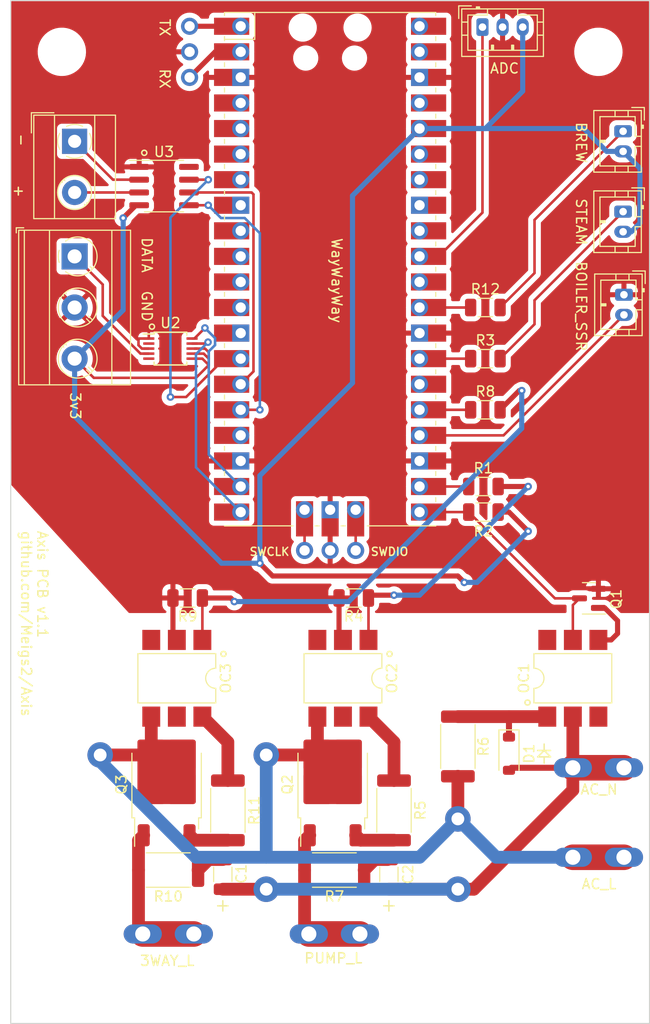
<source format=kicad_pcb>
(kicad_pcb (version 20221018) (generator pcbnew)
  (layers (0 "F.Cu" signal) (31 "B.Cu" signal) (34 "B.Paste" user) (35 "F.Paste" user) (36 "B.SilkS" user "B.Silkscreen") (37 "F.SilkS" user "F.Silkscreen") (38 "B.Mask" user) (39 "F.Mask" user) (44 "Edge.Cuts" user))
  (net 0 "")
  (net 1 "/AC_N")
  (net 2 "Net-(C1-Pad2)")
  (net 3 "Net-(C2-Pad2)")
  (net 4 "Net-(D1-K)")
  (net 5 "GND")
  (net 6 "+3.3V")
  (net 7 "/ADC_IN")
  (net 8 "/BREW_SW")
  (net 9 "/STEAM_SW")
  (net 10 "/AC_L")
  (net 11 "/PUMP_L")
  (net 12 "/BOILER_GPIO")
  (net 13 "/3WAY_L")
  (net 15 "Net-(Q1-B)")
  (net 16 "/ZC_SIGNAL")
  (net 18 "Net-(OC2-Pad1)")
  (net 21 "Net-(OC2-Pad6)")
  (net 22 "Net-(OC3-Pad1)")
  (net 25 "Net-(OC3-Pad6)")
  (net 26 "Net-(Q2-G)")
  (net 27 "Net-(Q3-G)")
  (net 28 "/PUMP_GPIO")
  (net 29 "/3WAY_GPIO")
  (net 38 "/MAX_SO")
  (net 39 "/MAX_CS")
  (net 40 "/MAX_SCL")
  (net 42 "/ADS_SDA")
  (net 43 "/ADS_SCL")
  (net 52 "+5V")
  (net 54 "/PRES_SENS")
  (net 55 "/POS_THCPL")
  (net 56 "/NEG_THCPL")
  (net 57 "Net-(J3-Pin_1)")
  (net 58 "Net-(J4-Pin_1)")
  (net 59 "/UART_RX")
  (net 60 "/UART_TX")
  (net 61 "/SWCLK")
  (net 62 "/SWDIO")
  (footprint "Package_SO:TSSOP-10_3x3mm_P0.5mm" (layer "F.Cu") (at 138.744 82.9505)
    (fp_text reference "U2")
    (fp_text value "ADS1115IDGS" hide)
  )
  (footprint "Library:1x03 Pin Header Holes" (layer "F.Cu") (at 140.649 53.4705 90)
    (fp_text reference "J10" hide)
    (fp_text value "Conn_01x03" hide)
  )
  (footprint "Resistor_SMD:R_2512_6332Metric" (layer "F.Cu") (at 160.969 128.823 -90)
    (fp_text reference "R5")
    (fp_text value "470")
  )
  (footprint "TerminalBlock_MetzConnect:TerminalBlock_MetzConnect_Type073_RT02603HBLU_1x03_P5.08mm_Horizontal" (layer "F.Cu") (at 129.219 73.7905 -90)
    (fp_text reference "J1" hide)
    (fp_text value "TRANSDUCER")
  )
  (footprint "Connector_JST:JST_PH_B2B-PH-K_1x02_P2.00mm_Vertical" (layer "F.Cu") (at 183.744 69.3455 -90)
    (fp_text reference "J4" hide)
    (fp_text value "STEAM_SW")
  )
  (footprint "Package_DIP:SMDIP-6_W7.62mm" (layer "F.Cu") (at 178.749 115.7005 90)
    (fp_text reference "OC1")
    (fp_text value "4N35")
  )
  (footprint "Connector_JST:JST_PH_B2B-PH-K_1x02_P2.00mm_Vertical" (layer "F.Cu") (at 183.829 77.6005 -90)
    (fp_text reference "J7" hide)
    (fp_text value "BOILER_SSR")
  )
  (footprint "Library:Quick Disconnect" (layer "F.Cu") (at 181.289 133.4805)
    (fp_text reference "J5" hide)
    (fp_text value "AC_L")
  )
  (footprint "Resistor_SMD:R_2512_6332Metric" (layer "F.Cu") (at 138.5315 134.7505 180)
    (fp_text reference "R10")
    (fp_text value "220")
  )
  (footprint "MountingHole:MountingHole_4.3mm_M4" (layer "F.Cu") (at 181.289 144.9105 -90)
    (fp_text reference "H3" hide)
    (fp_text value "MountingHole")
  )
  (footprint "Package_SO:SOIC-8_3.9x4.9mm_P1.27mm" (layer "F.Cu") (at 138.109 66.8055)
    (fp_text reference "U3")
    (fp_text value "MAX31855KASA")
  )
  (footprint "Package_TO_SOT_SMD:TO-252-2" (layer "F.Cu") (at 154.874 126.2555 90)
    (fp_text reference "Q2")
    (fp_text value "BT136S-600")
  )
  (footprint "TerminalBlock_MetzConnect:TerminalBlock_MetzConnect_Type101_RT01602HBWC_1x02_P5.08mm_Horizontal" (layer "F.Cu") (at 129.219 62.3605 -90)
    (fp_text reference "J8" hide)
    (fp_text value "Screw_Terminal_01x02")
  )
  (footprint "Package_TO_SOT_SMD:SOT-23" (layer "F.Cu") (at 180.3515 107.7605 180)
    (fp_text reference "Q1")
    (fp_text value "BC847")
  )
  (footprint "Library:1x03 Pin Header Holes" (layer "F.Cu") (at 154.619 103.0005)
    (fp_text reference "J12" hide)
    (fp_text value "Conn_01x03")
  )
  (footprint "Library:Quick Disconnect" (layer "F.Cu") (at 138.5315 141.1005)
    (fp_text reference "J11" hide)
    (fp_text value "3WAY_L")
  )
  (footprint "MountingHole:MountingHole_4.3mm_M4" (layer "F.Cu") (at 181.289 53.4705 -90)
    (fp_text reference "H4" hide)
    (fp_text value "MountingHole")
  )
  (footprint "Connector_JST:JST_PH_B3B-PH-K_1x03_P2.00mm_Vertical" (layer "F.Cu") (at 169.764 51.0155)
    (fp_text reference "J2" hide)
    (fp_text value "Screw_Terminal_01x03")
  )
  (footprint "Resistor_SMD:R_2512_6332Metric" (layer "F.Cu") (at 155.0415 134.7505 180)
    (fp_text reference "R7")
    (fp_text value "220")
  )
  (footprint "Resistor_SMD:R_2512_6332Metric" (layer "F.Cu") (at 167.319 122.473 90)
    (fp_text reference "R6")
    (fp_text value "20k")
  )
  (footprint "MountingHole:MountingHole_4.3mm_M4" (layer "F.Cu") (at 127.949 144.9105 -90)
    (fp_text reference "H2" hide)
    (fp_text value "MountingHole")
  )
  (footprint "Resistor_SMD:R_1206_3216Metric" (layer "F.Cu") (at 170.0515 89.0305)
    (fp_text reference "R8")
    (fp_text value "470")
  )
  (footprint "Connector_JST:JST_PH_B2B-PH-K_1x02_P2.00mm_Vertical" (layer "F.Cu") (at 183.744 61.3605 -90)
    (fp_text reference "J3" hide)
    (fp_text value "BREW_SW")
  )
  (footprint "Diode_SMD:D_SOD-123" (layer "F.Cu") (at 172.399 123.19 -90)
    (fp_text reference "D1")
    (fp_text value "RFN1LAM6STR")
  )
  (footprint "Resistor_SMD:R_1206_3216Metric" (layer "F.Cu") (at 156.9665 107.7255 180)
    (fp_text reference "R4")
    (fp_text value "240")
  )
  (footprint "Resistor_SMD:R_1206_3216Metric" (layer "F.Cu") (at 169.859 99.1905)
    (fp_text reference "R2")
    (fp_text value "470")
  )
  (footprint "Package_DIP:SMDIP-6_W7.62mm" (layer "F.Cu") (at 139.379 115.7005 -90)
    (fp_text reference "OC3")
    (fp_text value "MOC3021S-TA1")
  )
  (footprint "Capacitor_SMD:C_1206_3216Metric" (layer "F.Cu") (at 160.461 135.1805 90)
    (fp_text reference "C2")
    (fp_text value "10uf")
  )
  (footprint "Resistor_SMD:R_1206_3216Metric" (layer "F.Cu") (at 170.0515 83.9505)
    (fp_text reference "R3")
    (fp_text value "240")
  )
  (footprint "Library:Quick Disconnect" (layer "F.Cu") (at 155.0415 141.1005)
    (fp_text reference "J9" hide)
    (fp_text value "PUMP_L")
  )
  (footprint "Resistor_SMD:R_2512_6332Metric" (layer "F.Cu") (at 144.454 128.823 -90)
    (fp_text reference "R11")
    (fp_text value "470")
  )
  (footprint "MountingHole:MountingHole_4.3mm_M4" (layer "F.Cu") (at 127.949 53.4705 -90)
    (fp_text reference "H1" hide)
    (fp_text value "MountingHole")
  )
  (footprint "Capacitor_SMD:C_1206_3216Metric" (layer "F.Cu") (at 143.951 135.1805 90)
    (fp_text reference "C1")
    (fp_text value "10uf")
  )
  (footprint "Package_TO_SOT_SMD:TO-252-2" (layer "F.Cu") (at 138.364 126.2555 90)
    (fp_text reference "Q3")
    (fp_text value "BT136S-600")
  )
  (footprint "Resistor_SMD:R_1206_3216Metric" (layer "F.Cu") (at 170.0515 78.8705)
    (fp_text reference "R12")
    (fp_text value "240")
  )
  (footprint "Resistor_SMD:R_1206_3216Metric" (layer "F.Cu") (at 140.4565 107.7255 180)
    (fp_text reference "R9")
    (fp_text value "240")
  )
  (footprint "MCU_RaspberryPi_and_Boards:RPi_Pico_SMD_TH" (layer "F.Cu") (at 154.619 75.0605)
    (fp_text reference "U1" hide)
    (fp_text value "Pico")
  )
  (footprint "Library:Quick Disconnect" (layer "F.Cu") (at 181.289 124.5905)
    (fp_text reference "J6" hide)
    (fp_text value "AC_N")
  )
  (footprint "Package_DIP:SMDIP-6_W7.62mm" (layer "F.Cu") (at 155.894 115.7005 -90)
    (fp_text reference "OC2")
    (fp_text value "MOC3021S-TA1")
  )
  (footprint "Resistor_SMD:R_1206_3216Metric" (layer "F.Cu") (at 169.859 96.6505)
    (fp_text reference "R1")
    (fp_text value "470")
  )
  (gr_line (start 143.443 138.3065) (end 144.459 138.3065) (stroke (width 0.15)) (layer "F.SilkS"))
  (gr_circle (center 144.018 113.284) (end 144.018 113.538) (stroke (width 0.15)) (fill none) (layer "F.SilkS"))
  (gr_circle (center 174.244 118.11) (end 174.244 118.364) (stroke (width 0.15)) (fill none) (layer "F.SilkS"))
  (gr_circle (center 136.906 80.772) (end 137.16 80.772) (stroke (width 0.15)) (fill none) (layer "F.SilkS"))
  (gr_line (start 175.895 122.8725) (end 175.26 122.8725) (stroke (width 0.15)) (layer "F.SilkS"))
  (gr_line (start 175.895 123.5075) (end 175.895 124.1425) (stroke (width 0.15)) (layer "F.SilkS"))
  (gr_line (start 176.53 123.5075) (end 175.895 122.8725) (stroke (width 0.15)) (layer "F.SilkS"))
  (gr_line (start 143.951 137.7985) (end 143.951 138.8145) (stroke (width 0.15)) (layer "F.SilkS"))
  (gr_line (start 175.895 122.8725) (end 176.53 122.8725) (stroke (width 0.15)) (layer "F.SilkS"))
  (gr_line (start 175.26 123.5075) (end 176.53 123.5075) (stroke (width 0.15)) (layer "F.SilkS"))
  (gr_line (start 175.895 122.8725) (end 175.895 122.2375) (stroke (width 0.15)) (layer "F.SilkS"))
  (gr_line (start 159.953 138.3065) (end 160.969 138.3065) (stroke (width 0.15)) (layer "F.SilkS"))
  (gr_circle (center 136.144 63.5) (end 136.398 63.5) (stroke (width 0.15)) (fill none) (layer "F.SilkS"))
  (gr_line (start 175.895 122.8725) (end 175.26 123.5075) (stroke (width 0.15)) (layer "F.SilkS"))
  (gr_circle (center 160.528 113.284) (end 160.528 113.538) (stroke (width 0.15)) (fill none) (layer "F.SilkS"))
  (gr_line (start 160.461 137.7985) (end 160.461 138.8145) (stroke (width 0.15)) (layer "F.SilkS"))
  (gr_rect (start 122.869 48.3905) (end 186.369 149.9905) (stroke (width 0.1)) (fill none) (layer "Edge.Cuts"))
  (gr_text "3WAY_L" (at 138.43 143.764) (layer "F.SilkS") (effects (font (size 1 1))))
  (gr_text "STEAM" (at 179.578 70.358 270) (layer "F.SilkS") (effects (font (size 1 1))))
  (gr_text "Axis PCB v1.1\ngithub.com/Meigs2/Axis" (at 123.825 100.965 270) (layer "F.SilkS") (effects (font (size 1 1)) (justify left bottom)))
  (gr_text "DATA" (at 136.398 73.66 270) (layer "F.SilkS") (effects (font (size 1 1))))
  (gr_text "AC_L" (at 181.356 136.144) (layer "F.SilkS") (effects (font (size 1 1))))
  (gr_text "ADC" (at 171.958 55.118) (layer "F.SilkS") (effects (font (size 1 1))))
  (gr_text "PUMP_L" (at 154.94 143.51) (layer "F.SilkS") (effects (font (size 1 1))))
  (gr_text "BREW" (at 179.578 62.484 270) (layer "F.SilkS") (effects (font (size 1 1))))
  (gr_text "-" (at 123.952 62.23 270) (layer "F.SilkS") (effects (font (size 1 1))))
  (gr_text "+" (at 123.698 67.31 270) (layer "F.SilkS") (effects (font (size 1 1))))
  (gr_text "BOILER_SSR" (at 179.578 78.74 270) (layer "F.SilkS") (effects (font (size 1 1))))
  (gr_text "AC_N" (at 181.356 126.746) (layer "F.SilkS") (effects (font (size 1 1))))
  (gr_text "TX" (at 138.176 51.054 270) (layer "F.SilkS") (effects (font (size 1 1))))
  (gr_text "WayWayWay" (at 154.686 71.882 -90) (layer "F.SilkS") (effects (font (size 1 1)) (justify left bottom)))
  (gr_text "3v3" (at 129.286 88.646 270) (layer "F.SilkS") (effects (font (size 1 1))))
  (gr_text "RX" (at 138.176 56.134 270) (layer "F.SilkS") (effects (font (size 1 1))))
  (gr_text "GND" (at 136.398 78.74 270) (layer "F.SilkS") (effects (font (size 1 1))))
  (segment (start 178.749 126.8105) (end 178.749 124.5905) (width 1.27) (layer "F.Cu") (net 1))
  (segment (start 172.6485 124.5905) (end 178.749 124.5905) (width 0.6) (layer "F.Cu") (net 1))
  (segment (start 143.951 136.6555) (end 148.269 136.6555) (width 1.27) (layer "F.Cu") (net 1))
  (segment (start 168.904 136.6555) (end 178.749 126.8105) (width 1.27) (layer "F.Cu") (net 1))
  (segment (start 178.749 124.5905) (end 183.829 124.5905) (width 2.54) (layer "F.Cu") (net 1))
  (segment (start 167.319 136.6555) (end 168.904 136.6555) (width 1.27) (layer "F.Cu") (net 1))
  (segment (start 172.399 124.84) (end 172.6485 124.5905) (width 0.6) (layer "F.Cu") (net 1))
  (segment (start 160.461 136.6555) (end 167.319 136.6555) (width 1.27) (layer "F.Cu") (net 1))
  (segment (start 178.749 119.5105) (end 178.749 124.5905) (width 1.27) (layer "F.Cu") (net 1))
  (via (at 167.319 136.6555) (size 2.54) (drill 1.27) (layers "F.Cu" "B.Cu") (net 1))
  (via (at 148.269 136.6555) (size 2.54) (drill 1.27) (layers "F.Cu" "B.Cu") (net 1))
  (segment (start 148.269 136.6555) (end 167.319 136.6555) (width 1.27) (layer "B.Cu") (net 1))
  (segment (start 142.539 133.7055) (end 141.494 134.7505) (width 1.27) (layer "F.Cu") (net 2))
  (segment (start 143.951 133.7055) (end 142.539 133.7055) (width 1.27) (layer "F.Cu") (net 2))
  (segment (start 159.049 133.7055) (end 158.004 134.7505) (width 1.27) (layer "F.Cu") (net 3))
  (segment (start 160.334 133.7055) (end 159.049 133.7055) (width 1.27) (layer "F.Cu") (net 3))
  (segment (start 172.399 119.5105) (end 167.319 119.5105) (width 1.27) (layer "F.Cu") (net 4))
  (segment (start 172.399 121.54) (end 172.399 119.5105) (width 0.6) (layer "F.Cu") (net 4))
  (segment (start 176.209 119.5105) (end 172.399 119.5105) (width 1.27) (layer "F.Cu") (net 4))
  (segment (start 136.594 81.0205) (end 136.839 80.7755) (width 0.254) (layer "F.Cu") (net 5))
  (segment (start 135.907052 82.9505) (end 135.569 82.612448) (width 0.254) (layer "F.Cu") (net 5))
  (segment (start 138.994 107.7255) (end 138.994 111.5055) (width 0.508) (layer "F.Cu") (net 5))
  (segment (start 136.594 82.9505) (end 135.907052 82.9505) (width 0.254) (layer "F.Cu") (net 5))
  (segment (start 155.504 107.7255) (end 155.504 111.5005) (width 0.508) (layer "F.Cu") (net 5))
  (segment (start 135.569 82.612448) (end 135.569 82.0455) (width 0.254) (layer "F.Cu") (net 5))
  (segment (start 138.994 111.5055) (end 139.379 111.8905) (width 0.508) (layer "F.Cu") (net 5))
  (segment (start 135.569 82.0455) (end 135.664 81.9505) (width 0.254) (layer "F.Cu") (net 5))
  (segment (start 155.504 111.5005) (end 155.894 111.8905) (width 0.508) (layer "F.Cu") (net 5))
  (segment (start 136.594 81.9505) (end 136.594 81.0205) (width 0.254) (layer "F.Cu") (net 5))
  (segment (start 135.664 81.9505) (end 136.594 81.9505) (width 0.254) (layer "F.Cu") (net 5))
  (segment (start 167.319 105.5405) (end 148.904 105.5405) (width 0.508) (layer "F.Cu") (net 6))
  (segment (start 142.554 84.5855) (end 141.284 85.8555) (width 0.254) (layer "F.Cu") (net 6))
  (segment (start 142.554 83.3155) (end 142.554 83.9505) (width 0.254) (layer "F.Cu") (net 6))
  (segment (start 141.139 82.9505) (end 142.189 82.9505) (width 0.254) (layer "F.Cu") (net 6))
  (segment (start 141.139 83.9505) (end 141.919 83.9505) (width 0.254) (layer "F.Cu") (net 6))
  (segment (start 167.954 106.1755) (end 167.319 105.5405) (width 0.508) (layer "F.Cu") (net 6))
  (segment (start 142.554 83.9505) (end 142.554 84.5855) (width 0.254) (layer "F.Cu") (net 6))
  (segment (start 135.315 68.7105) (end 134.045 69.9805) (width 0.508) (layer "F.Cu") (net 6))
  (segment (start 172.399 99.1905) (end 174.304 101.0955) (width 0.508) (layer "F.Cu") (net 6))
  (segment (start 131.124 85.8555) (end 129.219 83.9505) (width 0.254) (layer "F.Cu") (net 6))
  (segment (start 142.054 83.4505) (end 142.554 83.9505) (width 0.254) (layer "F.Cu") (net 6))
  (segment (start 141.139 83.4505) (end 142.054 83.4505) (width 0.254) (layer "F.Cu") (net 6))
  (segment (start 171.3215 99.1905) (end 172.399 99.1905) (width 0.508) (layer "F.Cu") (net 6))
  (segment (start 135.634 68.7105) (end 135.315 68.7105) (width 0.508) (layer "F.Cu") (net 6))
  (segment (start 141.284 85.8555) (end 131.124 85.8555) (width 0.254) (layer "F.Cu") (net 6))
  (segment (start 141.919 83.9505) (end 142.554 84.5855) (width 0.254) (layer "F.Cu") (net 6))
  (segment (start 148.904 105.5405) (end 147.634 104.2705) (width 0.508) (layer "F.Cu") (net 6))
  (segment (start 142.189 82.9505) (end 142.554 83.3155) (width 0.254) (layer "F.Cu") (net 6))
  (via (at 134.045 69.9805) (size 0.75) (drill 0.35) (layers "F.Cu" "B.Cu") (net 6))
  (via (at 167.954 106.1755) (size 0.75) (drill 0.35) (layers "F.Cu" "B.Cu") (net 6))
  (via (at 174.304 101.0955) (size 0.75) (drill 0.35) (layers "F.Cu" "B.Cu") (net 6))
  (via (at 147.634 104.2705) (size 0.75) (drill 0.35) (layers "F.Cu" "B.Cu") (net 6))
  (segment (start 185.42 65.0365) (end 183.744 63.3605) (width 0.508) (layer "B.Cu") (net 6))
  (segment (start 174.304 101.0955) (end 169.224 106.1755) (width 0.508) (layer "B.Cu") (net 6))
  (segment (start 163.509 61.0905) (end 179.8355 61.0905) (width 0.508) (layer "B.Cu") (net 6))
  (segment (start 179.8355 61.0905) (end 182.1055 63.3605) (width 0.508) (layer "B.Cu") (net 6))
  (segment (start 170.0495 61.0905) (end 173.764 57.376) (width 0.508) (layer "B.Cu") (net 6))
  (segment (start 134.045 69.9805) (end 134.045 79.1245) (width 0.508) (layer "B.Cu") (net 6))
  (segment (start 156.845 67.7545) (end 156.845 86.36) (width 0.508) (layer "B.Cu") (net 6))
  (segment (start 156.845 86.36) (end 147.634 95.571) (width 0.508) (layer "B.Cu") (net 6))
  (segment (start 185.42 70.485) (end 185.42 65.0365) (width 0.508) (layer "B.Cu") (net 6))
  (segment (start 163.509 61.0905) (end 156.845 67.7545) (width 0.508) (layer "B.Cu") (net 6))
  (segment (start 147.634 104.2705) (end 143.824 104.2705) (width 0.508) (layer "B.Cu") (net 6))
  (segment (start 143.824 104.2705) (end 129.219 89.6655) (width 0.508) (layer "B.Cu") (net 6))
  (segment (start 147.634 95.571) (end 147.634 104.2705) (width 0.508) (layer "B.Cu") (net 6))
  (segment (start 163.509 61.0905) (end 170.0495 61.0905) (width 0.508) (layer "B.Cu") (net 6))
  (segment (start 183.744 71.3455) (end 184.5595 71.3455) (width 0.508) (layer "B.Cu") (net 6))
  (segment (start 169.224 106.1755) (end 167.954 106.1755) (width 0.508) (layer "B.Cu") (net 6))
  (segment (start 134.045 79.1245) (end 129.219 83.9505) (width 0.508) (layer "B.Cu") (net 6))
  (segment (start 173.764 57.376) (end 173.764 51.0155) (width 0.508) (layer "B.Cu") (net 6))
  (segment (start 129.219 89.6655) (end 129.219 83.9505) (width 0.508) (layer "B.Cu") (net 6))
  (segment (start 182.1055 63.3605) (end 183.744 63.3605) (width 0.508) (layer "B.Cu") (net 6))
  (segment (start 184.5595 71.3455) (end 185.42 70.485) (width 0.508) (layer "B.Cu") (net 6))
  (segment (start 165.414 73.7905) (end 163.509 73.7905) (width 0.254) (layer "F.Cu") (net 7))
  (segment (start 169.764 69.4405) (end 165.414 73.7905) (width 0.254) (layer "F.Cu") (net 7))
  (segment (start 169.764 51.0155) (end 169.764 69.4405) (width 0.254) (layer "F.Cu") (net 7))
  (segment (start 163.509 78.8705) (end 168.589 78.8705) (width 0.254) (layer "F.Cu") (net 8))
  (segment (start 163.509 83.9505) (end 168.589 83.9505) (width 0.254) (layer "F.Cu") (net 9))
  (segment (start 153.354 119.5105) (end 153.354 123.3155) (width 1.27) (layer "F.Cu") (net 10))
  (segment (start 153.349 123.3205) (end 148.269 123.3205) (width 1.27) (layer "F.Cu") (net 10))
  (segment (start 136.839 119.5105) (end 136.839 123.3205) (width 1.27) (layer "F.Cu") (net 10))
  (segment (start 178.749 133.4805) (end 183.829 133.4805) (width 2.54) (layer "F.Cu") (net 10))
  (segment (start 153.354 123.3155) (end 153.349 123.3205) (width 1.27) (layer "F.Cu") (net 10))
  (segment (start 136.839 123.3205) (end 131.759 123.3205) (width 1.27) (layer "F.Cu") (net 10))
  (segment (start 167.319 125.4355) (end 167.319 129.6705) (width 1.27) (layer "F.Cu") (net 10))
  (via (at 167.319 129.6705) (size 2.54) (drill 1.27) (layers "F.Cu" "B.Cu") (net 10))
  (via (at 131.759 123.3205) (size 2.54) (drill 1.27) (layers "F.Cu" "B.Cu") (net 10))
  (via (at 148.269 123.3205) (size 2.54) (drill 1.27) (layers "F.Cu" "B.Cu") (net 10))
  (segment (start 148.269 133.4805) (end 163.509 133.4805) (width 1.27) (layer "B.Cu") (net 10))
  (segment (start 141.284 133.4805) (end 148.269 133.4805) (width 1.27) (layer "B.Cu") (net 10))
  (segment (start 131.759 123.3205) (end 131.759 123.9555) (width 1.27) (layer "B.Cu") (net 10))
  (segment (start 163.509 133.4805) (end 167.319 129.6705) (width 1.27) (layer "B.Cu") (net 10))
  (segment (start 148.269 123.3205) (end 148.269 133.4805) (width 1.27) (layer "B.Cu") (net 10))
  (segment (start 167.319 129.6705) (end 171.129 133.4805) (width 1.27) (layer "B.Cu") (net 10))
  (segment (start 131.759 123.9555) (end 141.284 133.4805) (width 1.27) (layer "B.Cu") (net 10))
  (segment (start 171.129 133.4805) (end 178.749 133.4805) (width 1.27) (layer "B.Cu") (net 10))
  (segment (start 152.079 134.7505) (end 152.079 140.678) (width 1.27) (layer "F.Cu") (net 11))
  (segment (start 152.079 131.8105) (end 152.594 131.2955) (width 1.27) (layer "F.Cu") (net 11))
  (segment (start 152.079 140.678) (end 152.5015 141.1005) (width 1.27) (layer "F.Cu") (net 11))
  (segment (start 152.5015 141.1005) (end 157.5815 141.1005) (width 2.54) (layer "F.Cu") (net 11))
  (segment (start 152.079 134.7505) (end 152.079 131.8105) (width 1.27) (layer "F.Cu") (net 11))
  (segment (start 171.859 91.5705) (end 163.509 91.5705) (width 0.254) (layer "F.Cu") (net 12))
  (segment (start 183.829 79.6005) (end 171.859 91.5705) (width 0.254) (layer "F.Cu") (net 12))
  (segment (start 135.569 140.678) (end 135.9915 141.1005) (width 1.27) (layer "F.Cu") (net 13))
  (segment (start 135.569 134.7505) (end 135.569 140.678) (width 1.27) (layer "F.Cu") (net 13))
  (segment (start 135.569 134.7505) (end 135.569 131.8105) (width 1.27) (layer "F.Cu") (net 13))
  (segment (start 135.9915 141.1005) (end 141.0715 141.1005) (width 2.54) (layer "F.Cu") (net 13))
  (segment (start 135.569 131.8105) (end 136.084 131.2955) (width 1.27) (layer "F.Cu") (net 13))
  (segment (start 181.289 108.7105) (end 181.919 108.7105) (width 0.508) (layer "F.Cu") (net 15))
  (segment (start 181.919 108.7105) (end 183.194 109.9855) (width 0.508) (layer "F.Cu") (net 15))
  (segment (start 182.559 111.8905) (end 181.289 111.8905) (width 0.508) (layer "F.Cu") (net 15))
  (segment (start 183.194 109.9855) (end 183.194 111.2555) (width 0.508) (layer "F.Cu") (net 15))
  (segment (start 183.194 111.2555) (end 182.559 111.8905) (width 0.508) (layer "F.Cu") (net 15))
  (segment (start 176.9665 107.7605) (end 168.3965 99.1905) (width 0.254) (layer "F.Cu") (net 16))
  (segment (start 179.414 107.7605) (end 178.749 108.4255) (width 0.254) (layer "F.Cu") (net 16))
  (segment (start 163.509 99.1905) (end 168.3965 99.1905) (width 0.254) (layer "F.Cu") (net 16))
  (segment (start 178.749 108.4255) (end 178.749 111.8905) (width 0.254) (layer "F.Cu") (net 16))
  (segment (start 179.414 107.7605) (end 176.9665 107.7605) (width 0.254) (layer "F.Cu") (net 16))
  (segment (start 171.3215 96.6505) (end 174.304 96.6505) (width 0.508) (layer "F.Cu") (net 18))
  (segment (start 158.434 107.7305) (end 158.429 107.7255) (width 0.254) (layer "F.Cu") (net 18))
  (segment (start 160.969 107.4455) (end 158.709 107.4455) (width 0.508) (layer "F.Cu") (net 18))
  (segment (start 158.434 111.8905) (end 158.434 107.7305) (width 0.254) (layer "F.Cu") (net 18))
  (segment (start 158.709 107.4455) (end 158.429 107.7255) (width 0.508) (layer "F.Cu") (net 18))
  (via (at 174.304 96.6505) (size 0.75) (drill 0.35) (layers "F.Cu" "B.Cu") (net 18))
  (via (at 160.969 107.4455) (size 0.75) (drill 0.35) (layers "F.Cu" "B.Cu") (net 18))
  (segment (start 163.509 107.4455) (end 160.969 107.4455) (width 0.508) (layer "B.Cu") (net 18))
  (segment (start 174.304 96.6505) (end 163.509 107.4455) (width 0.508) (layer "B.Cu") (net 18))
  (segment (start 160.969 125.8605) (end 160.969 122.0455) (width 1.27) (layer "F.Cu") (net 21))
  (segment (start 160.969 122.0455) (end 158.434 119.5105) (width 1.27) (layer "F.Cu") (net 21))
  (segment (start 173.419 87.1255) (end 171.514 89.0305) (width 0.508) (layer "F.Cu") (net 22))
  (segment (start 144.739 107.7255) (end 145.094 108.0805) (width 0.508) (layer "F.Cu") (net 22))
  (segment (start 141.919 111.8905) (end 141.919 107.7255) (width 0.254) (layer "F.Cu") (net 22))
  (segment (start 173.669 87.1255) (end 173.419 87.1255) (width 0.508) (layer "F.Cu") (net 22))
  (segment (start 141.919 107.7255) (end 144.739 107.7255) (width 0.508) (layer "F.Cu") (net 22))
  (via (at 145.094 108.0805) (size 0.75) (drill 0.35) (layers "F.Cu" "B.Cu") (net 22))
  (via (at 173.669 87.1255) (size 0.75) (drill 0.35) (layers "F.Cu" "B.Cu") (net 22))
  (segment (start 156.463135 108.0805) (end 173.669 90.874635) (width 0.508) (layer "B.Cu") (net 22))
  (segment (start 145.094 108.0805) (end 156.463135 108.0805) (width 0.508) (layer "B.Cu") (net 22))
  (segment (start 173.669 90.874635) (end 173.669 87.1255) (width 0.508) (layer "B.Cu") (net 22))
  (segment (start 144.454 125.8605) (end 144.454 122.0455) (width 1.27) (layer "F.Cu") (net 25))
  (segment (start 144.454 122.0455) (end 141.919 119.5105) (width 1.27) (layer "F.Cu") (net 25))
  (segment (start 160.969 131.7855) (end 157.644 131.7855) (width 1.27) (layer "F.Cu") (net 26))
  (segment (start 157.644 131.7855) (end 157.154 131.2955) (width 1.27) (layer "F.Cu") (net 26))
  (segment (start 144.454 131.7855) (end 141.134 131.7855) (width 1.27) (layer "F.Cu") (net 27))
  (segment (start 141.134 131.7855) (end 140.644 131.2955) (width 1.27) (layer "F.Cu") (net 27))
  (segment (start 163.509 96.6505) (end 168.3965 96.6505) (width 0.254) (layer "F.Cu") (net 28))
  (segment (start 163.509 89.0305) (end 168.589 89.0305) (width 0.254) (layer "F.Cu") (net 29))
  (segment (start 144.115 83.9505) (end 140.305 87.7605) (width 0.254) (layer "F.Cu") (net 38))
  (segment (start 145.729 83.9505) (end 144.115 83.9505) (width 0.254) (layer "F.Cu") (net 38))
  (segment (start 142.504498 66.1705) (end 140.584 66.1705) (width 0.254) (layer "F.Cu") (net 38))
  (segment (start 140.305 87.7605) (end 138.744 87.7605) (width 0.254) (layer "F.Cu") (net 38))
  (via (at 142.504498 66.1705) (size 0.75) (drill 0.35) (layers "F.Cu" "B.Cu") (net 38))
  (via (at 138.744 87.7605) (size 0.75) (drill 0.35) (layers "F.Cu" "B.Cu") (net 38))
  (segment (start 138.744 69.930998) (end 142.504498 66.1705) (width 0.254) (layer "B.Cu") (net 38))
  (segment (start 138.744 87.7605) (end 138.744 69.930998) (width 0.254) (layer "B.Cu") (net 38))
  (segment (start 146.999 85.2205) (end 145.729 86.4905) (width 0.254) (layer "F.Cu") (net 39))
  (segment (start 140.584 67.4405) (end 146.813 67.4405) (width 0.254) (layer "F.Cu") (net 39))
  (segment (start 146.813 67.4405) (end 146.999 67.6265) (width 0.254) (layer "F.Cu") (net 39))
  (segment (start 146.999 67.6265) (end 146.999 85.2205) (width 0.254) (layer "F.Cu") (net 39))
  (segment (start 145.729 89.0305) (end 147.634 89.0305) (width 0.254) (layer "F.Cu") (net 40))
  (segment (start 142.504498 68.7105) (end 140.584 68.7105) (width 0.254) (layer "F.Cu") (net 40))
  (via (at 147.634 89.0305) (size 0.75) (drill 0.35) (layers "F.Cu" "B.Cu") (net 40))
  (via (at 142.504498 68.7105) (size 0.75) (drill 0.35) (layers "F.Cu" "B.Cu") (net 40))
  (segment (start 147.634 89.0305) (end 147.634 71.49097) (width 0.254) (layer "B.Cu") (net 40))
  (segment (start 147.634 71.49097) (end 146.12353 69.9805) (width 0.254) (layer "B.Cu") (net 40))
  (segment (start 143.774498 69.9805) (end 142.504498 68.7105) (width 0.254) (layer "B.Cu") (net 40))
  (segment (start 146.12353 69.9805) (end 143.774498 69.9805) (width 0.254) (layer "B.Cu") (net 40))
  (segment (start 140.894 81.9505) (end 141.125 81.9505) (width 0.254) (layer "F.Cu") (net 42))
  (segment (start 141.125 81.9505) (end 142.173 80.9025) (width 0.254) (layer "F.Cu") (net 42))
  (via (at 142.173 80.9025) (size 0.75) (drill 0.35) (layers "F.Cu" "B.Cu") (net 42))
  (segment (start 142.554 83.229671) (end 142.554 93.4755) (width 0.254) (layer "B.Cu") (net 42))
  (segment (start 142.173 80.9025) (end 143.181099 81.910599) (width 0.254) (layer "B.Cu") (net 42))
  (segment (start 142.554 93.4755) (end 145.729 96.6505) (width 0.254) (layer "B.Cu") (net 42))
  (segment (start 143.181099 82.602572) (end 142.554 83.229671) (width 0.254) (layer "B.Cu") (net 42))
  (segment (start 143.181099 81.910599) (end 143.181099 82.602572) (width 0.254) (layer "B.Cu") (net 42))
  (segment (start 140.894 82.4505) (end 142.340393 82.4505) (width 0.254) (layer "F.Cu") (net 43))
  (segment (start 142.340393 82.4505) (end 142.479099 82.311794) (width 0.254) (layer "F.Cu") (net 43))
  (via (at 142.479099 82.311794) (size 0.75) (drill 0.35) (layers "F.Cu" "B.Cu") (net 43))
  (segment (start 141.284 83.506893) (end 141.284 94.7455) (width 0.254) (layer "B.Cu") (net 43))
  (segment (start 141.284 94.7455) (end 145.729 99.1905) (width 0.254) (layer "B.Cu") (net 43))
  (segment (start 142.479099 82.311794) (end 141.284 83.506893) (width 0.254) (layer "B.Cu") (net 43))
  (segment (start 136.594 83.4505) (end 135.765 83.4505) (width 0.254) (layer "F.Cu") (net 54))
  (segment (start 132.013 76.5845) (end 129.219 73.7905) (width 0.254) (layer "F.Cu") (net 54))
  (segment (start 135.765 83.4505) (end 132.013 79.6985) (width 0.254) (layer "F.Cu") (net 54))
  (segment (start 132.013 79.6985) (end 132.013 76.5845) (width 0.254) (layer "F.Cu") (net 54))
  (segment (start 129.219 67.4405) (end 135.634 67.4405) (width 0.254) (layer "F.Cu") (net 55))
  (segment (start 133.029 66.1705) (end 135.634 66.1705) (width 0.254) (layer "F.Cu") (net 56))
  (segment (start 129.219 62.3605) (end 133.029 66.1705) (width 0.254) (layer "F.Cu") (net 56))
  (segment (start 183.744 61.3605) (end 174.939 70.1655) (width 0.254) (layer "F.Cu") (net 57))
  (segment (start 174.939 75.4455) (end 171.514 78.8705) (width 0.254) (layer "F.Cu") (net 57))
  (segment (start 174.939 70.1655) (end 174.939 75.4455) (width 0.254) (layer "F.Cu") (net 57))
  (segment (start 174.939 80.5255) (end 171.514 83.9505) (width 0.254) (layer "F.Cu") (net 58))
  (segment (start 183.744 69.3455) (end 174.939 78.1505) (width 0.254) (layer "F.Cu") (net 58))
  (segment (start 174.939 78.1505) (end 174.939 80.5255) (width 0.254) (layer "F.Cu") (net 58))
  (segment (start 145.729 53.4705) (end 143.189 53.4705) (width 0.508) (layer "F.Cu") (net 59))
  (segment (start 143.189 53.4705) (end 140.649 56.0105) (width 0.508) (layer "F.Cu") (net 59))
  (segment (start 145.729 50.9305) (end 140.649 50.9305) (width 0.508) (layer "F.Cu") (net 60))
  (segment (start 152.079 98.9605) (end 152.079 103.0005) (width 0.254) (layer "F.Cu") (net 61))
  (segment (start 157.159 98.9605) (end 157.159 103.0005) (width 0.254) (layer "F.Cu") (net 62))
  (zone (net 5) (net_name "GND") (layer "F.Cu") (connect_pads (clearance 0.5)) (min_thickness 0.25) (fill yes (thermal_gap 0.5) (thermal_bridge_width 0.5))
    (polygon (pts (xy 122.869 48.3905) (xy 122.936 96.52) (xy 134.62 109.22) (xy 186.369 109.22) (xy 186.369 48.3905)))
  )
)
</source>
